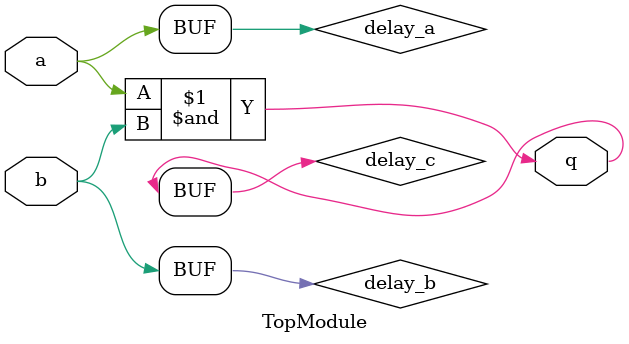
<source format=v>
module TopModule (
  input a,
  input b,
  output q
);

  wire delay_a, delay_b, delay_c;

  assign delay_a = a;
  assign delay_b = b;
  assign delay_c = delay_a & delay_b;

  assign q = delay_c;

endmodule


</source>
